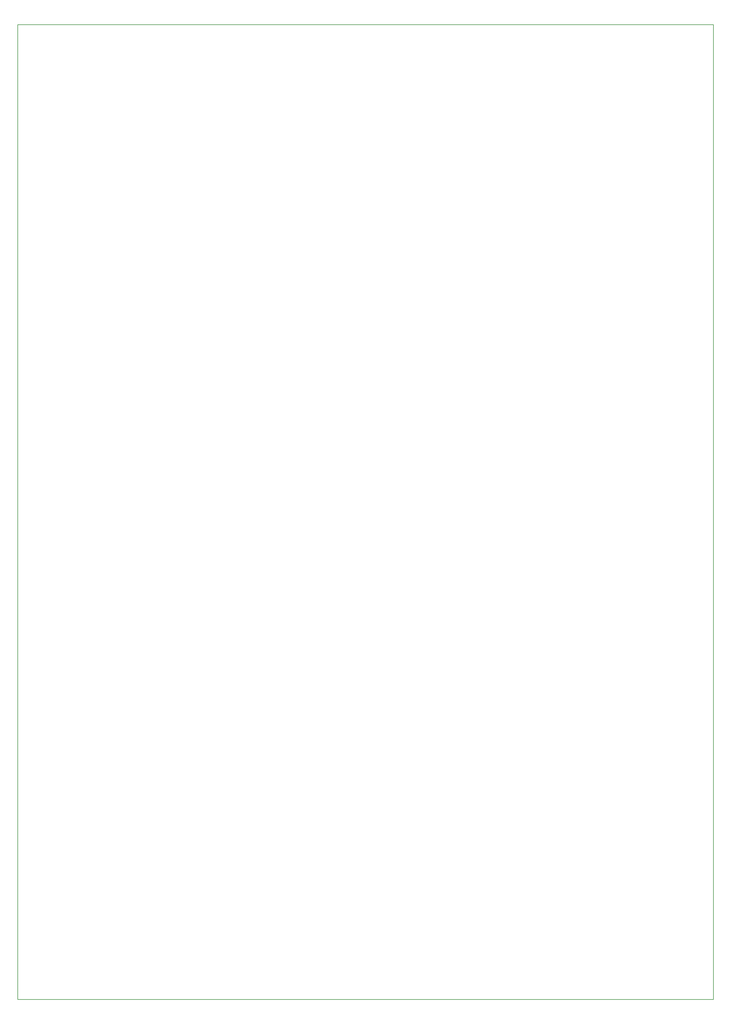
<source format=gko>
G04*
G04 #@! TF.GenerationSoftware,Altium Limited,Altium Designer,22.7.1 (60)*
G04*
G04 Layer_Color=16711935*
%FSLAX44Y44*%
%MOMM*%
G71*
G04*
G04 #@! TF.SameCoordinates,AB4C0C0C-5A6A-49D6-917B-20FAC0EBF4F7*
G04*
G04*
G04 #@! TF.FilePolarity,Positive*
G04*
G01*
G75*
%ADD13C,0.2540*%
D13*
X0Y0D02*
X3136900D01*
X0Y4394200D02*
X3136900D01*
Y0D02*
Y4394200D01*
X0Y0D02*
Y4394200D01*
M02*

</source>
